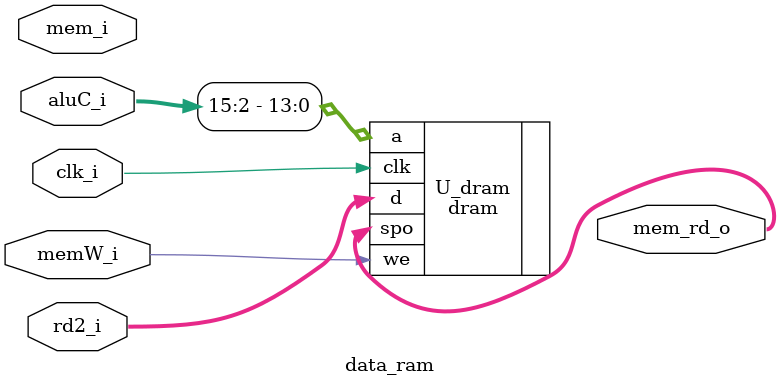
<source format=v>
`timescale 1ns / 1ps

module data_ram(
    input         clk_i ,
    input  [31:0] aluC_i,
    input         mem_i , // do nothing?
    input         memW_i,
    input  [31:0] rd2_i ,

    output [31:0] mem_rd_o
);

dram U_dram (
    .clk (clk_i)       ,
    .a   (aluC_i[15:2]),
    .spo (mem_rd_o)    ,
    .we  (memW_i)      ,
    .d   (rd2_i)
);

endmodule

</source>
